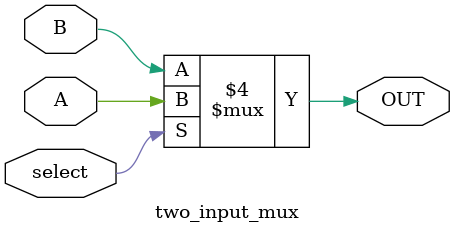
<source format=v>
module two_input_mux(input A,B,select,output OUT);
    reg OUT;
    
    always @ (A or B or select)
        if (select == 1) OUT = A;
        else OUT = B;
endmodule
</source>
